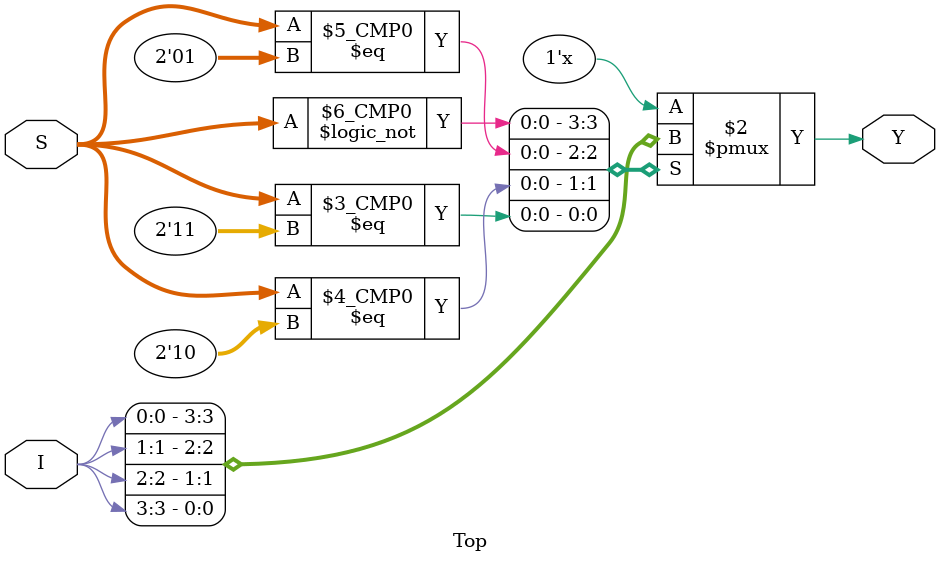
<source format=v>
`timescale 1ns / 1ps
module Top(
input [3:0] I,
input [1:0] S,
output reg Y
    );
always @(I or S)
	begin
		 case (S)
			 2'b00: Y <= I[0];
			 2'b01: Y <= I[1];
			 2'b10: Y <= I[2];
			 2'b11: Y <= I[3];
		 endcase
	end
	
endmodule

</source>
